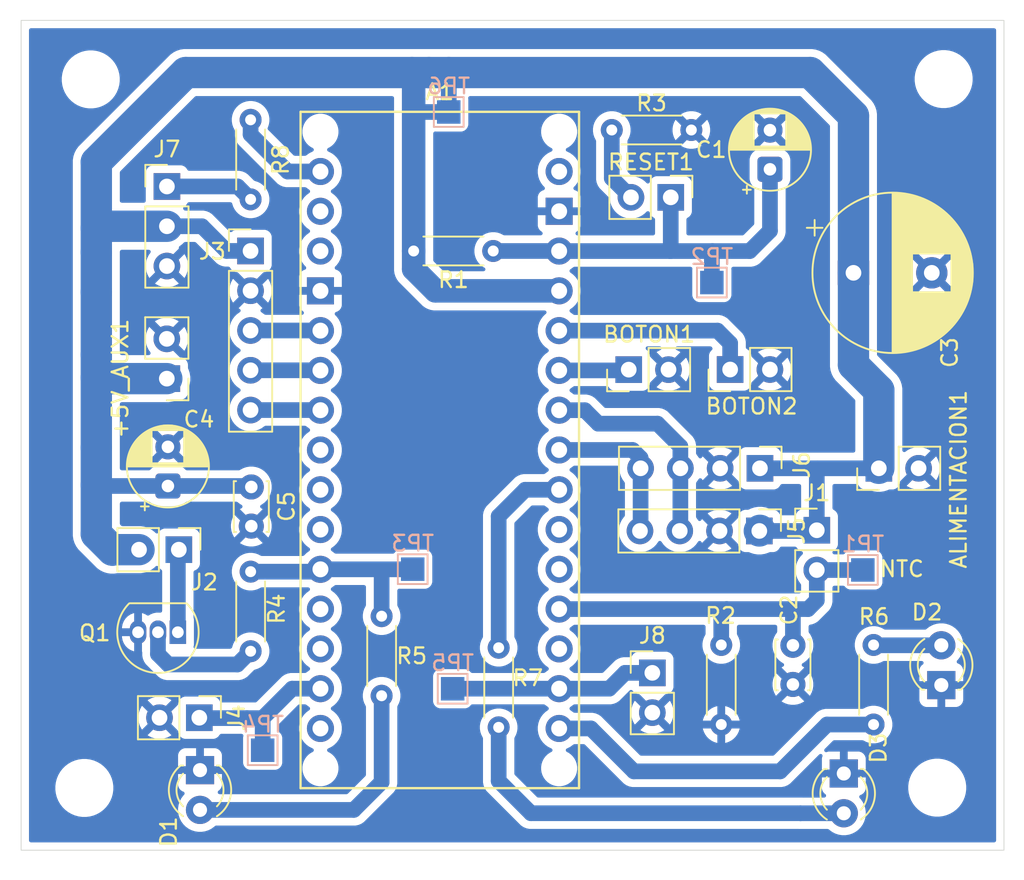
<source format=kicad_pcb>
(kicad_pcb (version 20241229) (generator "pcbnew") (generator_version "9.0")
  (layers (0 "F.Cu" signal) (2 "B.Cu" signal) (13 "F.Paste" user) (15 "B.Paste" user) (5 "F.SilkS" user "F.Silkscreen") (7 "B.SilkS" user "B.Silkscreen") (1 "F.Mask" user) (3 "B.Mask" user) (25 "Edge.Cuts" user))
  (net 0 "")
  (net 1 "+5V")
  (net 2 "GND")
  (net 3 "LED1")
  (net 4 "SSR")
  (net 5 "BOTON1")
  (net 6 "ENC_DT")
  (net 7 "RESET")
  (net 8 "ENC_CLK")
  (net 10 "WS2812B")
  (net 12 "ENC_SW")
  (net 13 "NTC")
  (net 14 "SCL")
  (net 15 "SDA")
  (net 16 "LED2")
  (net 17 "BOTON2")
  (net 18 "+3.3V")
  (net 19 "Net-(J2-Pin_1)")
  (net 20 "Net-(D1-A)")
  (net 21 "Net-(D2-A)")
  (net 22 "Net-(D3-A)")
  (net 23 "Net-(Q1-B)")
  (net 24 "CRUCE_CERO")
  (net 35 "Net-(R3-Pad2)")
  (net 36 "Net-(J7-Pin_1)")
  (footprint "Connector_PinHeader_2.54mm:PinHeader_1x02_P2.54mm_Vertical" (layer "F.Cu") (at 125.917321 83.418126 90)
    (property "Reference" "BOTON2" (at -2.35 1.37 0) (layer "F.SilkS"))
    (property "Value" "SW_Push")
    (pad "1" thru_hole rect (at 0 0 90) (size 1.7 1.7) (drill 1) (layers "*.Cu" "*.Mask") (net 17 "BOTON2"))
    (pad "2" thru_hole circle (at 0 2.54 90) (size 1.7 1.7) (drill 1) (layers "*.Cu" "*.Mask") (net 2 "GND"))
  )
  (footprint "Resistor_THT:R_Axial_DIN0204_L3.6mm_D1.6mm_P5.08mm_Horizontal" (layer "F.Cu") (at 123.44 68.125 180)
    (property "Reference" "R3" (at 2.54 1.715 0) (layer "F.SilkS"))
    (property "Value" "100")
    (pad "1" thru_hole circle (at 0 0 180) (size 1.4 1.4) (drill 0.7) (layers "*.Cu" "*.Mask") (net 2 "GND"))
    (pad "2" thru_hole oval (at 5.08 0 180) (size 1.4 1.4) (drill 0.7) (layers "*.Cu" "*.Mask") (net 35 "Net-(R3-Pad2)"))
  )
  (footprint "Connector_PinHeader_2.54mm:PinHeader_1x05_P2.54mm_Vertical" (layer "F.Cu") (at 95.297215 75.84682)
    (property "Reference" "J3" (at -2.44 0.035 0) (layer "F.SilkS"))
    (property "Value" "Encoder")
    (pad "1" thru_hole rect (at 0 0) (size 1.7 1.7) (drill 1) (layers "*.Cu" "*.Mask") (net 1 "+5V"))
    (pad "2" thru_hole circle (at 0 2.54) (size 1.7 1.7) (drill 1) (layers "*.Cu" "*.Mask") (net 2 "GND"))
    (pad "3" thru_hole circle (at 0 5.08) (size 1.7 1.7) (drill 1) (layers "*.Cu" "*.Mask") (net 6 "ENC_DT"))
    (pad "4" thru_hole circle (at 0 7.62) (size 1.7 1.7) (drill 1) (layers "*.Cu" "*.Mask") (net 8 "ENC_CLK"))
    (pad "5" thru_hole circle (at 0 10.16) (size 1.7 1.7) (drill 1) (layers "*.Cu" "*.Mask") (net 12 "ENC_SW"))
  )
  (footprint "Resistor_THT:R_Axial_DIN0204_L3.6mm_D1.6mm_P5.08mm_Horizontal" (layer "F.Cu") (at 111.13883 101.183288 -90)
    (property "Reference" "R7" (at 1.93 -1.86 180) (layer "F.SilkS"))
    (property "Value" "220")
    (pad "1" thru_hole circle (at 0 0 270) (size 1.4 1.4) (drill 0.7) (layers "*.Cu" "*.Mask") (net 16 "LED2"))
    (pad "2" thru_hole oval (at 5.08 0 270) (size 1.4 1.4) (drill 0.7) (layers "*.Cu" "*.Mask") (net 22 "Net-(D3-A)"))
  )
  (footprint "Capacitor_THT:CP_Radial_D5.0mm_P2.50mm" (layer "F.Cu") (at 90.02 90.855112 90)
    (property "Reference" "C4" (at 4.253112 1.9812 180) (layer "F.SilkS"))
    (property "Value" "10uF/16V")
    (pad "1" thru_hole roundrect (at 0 0 90) (size 1.6 1.6) (drill 0.8) (layers "*.Cu" "*.Mask") (roundrect_rratio 0.15625) (net 1 "+5V"))
    (pad "2" thru_hole circle (at 2.5 0 90) (size 1.6 1.6) (drill 0.8) (layers "*.Cu" "*.Mask") (net 2 "GND"))
  )
  (footprint "Connector_PinHeader_2.54mm:PinHeader_1x02_P2.54mm_Vertical" (layer "F.Cu") (at 120.95 102.785)
    (property "Reference" "J8" (at 0 -2.38 0) (layer "F.SilkS"))
    (property "Value" "+3.3v")
    (pad "1" thru_hole rect (at 0 0) (size 1.7 1.7) (drill 1) (layers "*.Cu" "*.Mask") (net 18 "+3.3V"))
    (pad "2" thru_hole circle (at 0 2.54) (size 1.7 1.7) (drill 1) (layers "*.Cu" "*.Mask") (net 2 "GND"))
  )
  (footprint "LED_THT:LED_D3.0mm" (layer "F.Cu") (at 92.07 108.995 -90)
    (property "Reference" "D1" (at 3.945 2 90) (layer "F.SilkS"))
    (property "Value" "LED_SSR")
    (pad "1" thru_hole rect (at 0 0 270) (size 1.8 1.8) (drill 0.9) (layers "*.Cu" "*.Mask") (net 2 "GND"))
    (pad "2" thru_hole circle (at 2.54 0 270) (size 1.8 1.8) (drill 0.9) (layers "*.Cu" "*.Mask") (net 20 "Net-(D1-A)"))
  )
  (footprint "PCM_arduino-library:Arduino_Nano_Socket" (layer "F.Cu") (at 107.38 110.145)
    (property "Reference" "A1" (at 0 -44.45 0) (layer "F.SilkS"))
    (property "Value" "Arduino_Nano_Socket")
    (pad "" np_thru_hole circle (at -7.62 -41.91) (size 1.8 1.8) (drill 1.8) (layers "*.Cu" "*.Mask"))
    (pad "" np_thru_hole circle (at -7.62 -1.27) (size 1.8 1.8) (drill 1.8) (layers "*.Cu" "*.Mask"))
    (pad "" np_thru_hole circle (at 7.62 -41.91) (size 1.8 1.8) (drill 1.8) (layers "*.Cu" "*.Mask"))
    (pad "" np_thru_hole circle (at 7.62 -1.27) (size 1.8 1.8) (drill 1.8) (layers "*.Cu" "*.Mask"))
    (pad "3V3" thru_hole circle (at 7.62 -6.35) (size 1.7272 1.7272) (drill 1.016) (layers "*.Cu" "*.Mask") (net 18 "+3.3V"))
    (pad "5V" thru_hole circle (at 7.62 -31.75) (size 1.7272 1.7272) (drill 1.016) (layers "*.Cu" "*.Mask") (net 1 "+5V"))
    (pad "A0" thru_hole circle (at 7.62 -11.43) (size 1.7272 1.7272) (drill 1.016) (layers "*.Cu" "*.Mask") (net 13 "NTC"))
    (pad "A1" thru_hole circle (at 7.62 -13.97) (size 1.7272 1.7272) (drill 1.016) (layers "*.Cu" "*.Mask"))
    (pad "A2" thru_hole circle (at 7.62 -16.51) (size 1.7272 1.7272) (drill 1.016) (layers "*.Cu" "*.Mask"))
    (pad "A3" thru_hole circle (at 7.62 -19.05) (size 1.7272 1.7272) (drill 1.016) (layers "*.Cu" "*.Mask") (net 16 "LED2"))
    (pad "A4" thru_hole circle (at 7.62 -21.59) (size 1.7272 1.7272) (drill 1.016) (layers "*.Cu" "*.Mask") (net 15 "SDA"))
    (pad "A5" thru_hole circle (at 7.62 -24.13) (size 1.7272 1.7272) (drill 1.016) (layers "*.Cu" "*.Mask") (net 14 "SCL"))
    (pad "A6" thru_hole circle (at 7.62 -26.67) (size 1.7272 1.7272) (drill 1.016) (layers "*.Cu" "*.Mask") (net 5 "BOTON1"))
    (pad "A7" thru_hole circle (at 7.62 -29.21) (size 1.7272 1.7272) (drill 1.016) (layers "*.Cu" "*.Mask") (net 17 "BOTON2"))
    (pad "AREF" thru_hole circle (at 7.62 -8.89) (size 1.7272 1.7272) (drill 1.016) (layers "*.Cu" "*.Mask"))
    (pad "D0" thru_hole circle (at -7.62 -36.83) (size 1.7272 1.7272) (drill 1.016) (layers "*.Cu" "*.Mask"))
    (pad "D1" thru_hole circle (at -7.62 -39.37) (size 1.7272 1.7272) (drill 1.016) (layers "*.Cu" "*.Mask") (net 10 "WS2812B"))
    (pad "D2" thru_hole circle (at -7.62 -29.21) (size 1.7272 1.7272) (drill 1.016) (layers "*.Cu" "*.Mask") (net 6 "ENC_DT"))
    (pad "D3" thru_hole circle (at -7.62 -26.67) (size 1.7272 1.7272) (drill 1.016) (layers "*.Cu" "*.Mask") (net 8 "ENC_CLK"))
    (pad "D4" thru_hole circle (at -7.62 -24.13) (size 1.7272 1.7272) (drill 1.016) (layers "*.Cu" "*.Mask") (net 12 "ENC_SW"))
    (pad "D5" thru_hole circle (at -7.62 -21.59) (size 1.7272 1.7272) (drill 1.016) (layers "*.Cu" "*.Mask"))
    (pad "D6" thru_hole circle (at -7.62 -19.05) (size 1.7272 1.7272) (drill 1.016) (layers "*.Cu" "*.Mask"))
    (pad "D7" thru_hole circle (at -7.62 -16.51) (size 1.7272 1.7272) (drill 1.016) (layers "*.Cu" "*.Mask"))
    (pad "D8" thru_hole circle (at -7.62 -13.97) (size 1.7272 1.7272) (drill 1.016) (layers "*.Cu" "*.Mask") (net 4 "SSR"))
    (pad "D9" thru_hole circle (at -7.62 -11.43) (size 1.7272 1.7272) (drill 1.016) (layers "*.Cu" "*.Mask"))
    (pad "D10" thru_hole circle (at -7.62 -8.89) (size 1.7272 1.7272) (drill 1.016) (layers "*.Cu" "*.Mask"))
    (pad "D11" thru_hole circle (at -7.62 -6.35) (size 1.7272 1.7272) (drill 1.016) (layers "*.Cu" "*.Mask") (net 24 "CRUCE_CERO"))
    (pad "D12" thru_hole circle (at -7.62 -3.81) (size 1.7272 1.7272) (drill 1.016) (layers "*.Cu" "*.Mask"))
    (pad "D13" thru_hole circle (at 7.62 -3.81) (size 1.7272 1.7272) (drill 1.016) (layers "*.Cu" "*.Mask") (net 3 "LED1"))
    (pad "GND1" thru_hole rect (at -7.62 -31.75) (size 1.7272 1.7272) (drill 1.016) (layers "*.Cu" "*.Mask") (net 2 "GND"))
    (pad "GND2" thru_hole rect (at 7.62 -36.83) (size 1.7272 1.7272) (drill 1.016) (layers "*.Cu" "*.Mask") (net 2 "GND"))
    (pad "RST1" thru_hole circle (at -7.62 -34.29) (size 1.7272 1.7272) (drill 1.016) (layers "*.Cu" "*.Mask"))
    (pad "RST2" thru_hole circle (at 7.62 -34.29) (size 1.7272 1.7272) (drill 1.016) (layers "*.Cu" "*.Mask") (net 7 "RESET"))
    (pad "VIN" thru_hole circle (at 7.62 -39.37) (size 1.7272 1.7272) (drill 1.016) (layers "*.Cu" "*.Mask"))
  )
  (footprint "MountingHole:MountingHole_3.2mm_M3" (layer "F.Cu") (at 139.14 110.115)
    (property "Reference" "H4" (hide yes))
    (property "Value" "MountingHole" (hide yes))
    (pad "" np_thru_hole circle (at 0 0) (size 3.2 3.2) (drill 3.2) (layers "*.Cu" "*.Mask"))
  )
  (footprint "Resistor_THT:R_Axial_DIN0204_L3.6mm_D1.6mm_P5.08mm_Horizontal" (layer "F.Cu") (at 105.71 75.85)
    (property "Reference" "R1" (at 2.54 1.845 0) (layer "F.SilkS"))
    (property "Value" "10K")
    (pad "1" thru_hole circle (at 0 0) (size 1.4 1.4) (drill 0.7) (layers "*.Cu" "*.Mask") (net 1 "+5V"))
    (pad "2" thru_hole oval (at 5.08 0) (size 1.4 1.4) (drill 0.7) (layers "*.Cu" "*.Mask") (net 7 "RESET"))
  )
  (footprint "Connector_PinHeader_2.54mm:PinHeader_1x02_P2.54mm_Vertical" (layer "F.Cu") (at 92.025 105.65 -90)
    (property "Reference" "J4" (at 0 -2.38 90) (layer "F.SilkS"))
    (property "Value" "ZC1")
    (pad "1" thru_hole rect (at 0 0 270) (size 1.7 1.7) (drill 1) (layers "*.Cu" "*.Mask") (net 24 "CRUCE_CERO"))
    (pad "2" thru_hole circle (at 0 2.54 270) (size 1.7 1.7) (drill 1) (layers "*.Cu" "*.Mask") (net 2 "GND"))
  )
  (footprint "MountingHole:MountingHole_3.2mm_M3" (layer "F.Cu") (at 85.094473 64.894031)
    (property "Reference" "H1" (hide yes))
    (property "Value" "MountingHole" (hide yes))
    (pad "" np_thru_hole circle (at 0 0) (size 3.2 3.2) (drill 3.2) (layers "*.Cu" "*.Mask"))
  )
  (footprint "MountingHole:MountingHole_3.2mm_M3" (layer "F.Cu") (at 84.684473 110.134031)
    (property "Reference" "H2" (hide yes))
    (property "Value" "MountingHole" (hide yes))
    (pad "" np_thru_hole circle (at 0 0) (size 3.2 3.2) (drill 3.2) (layers "*.Cu" "*.Mask"))
  )
  (footprint "Connector_PinHeader_2.54mm:PinHeader_1x02_P2.54mm_Vertical" (layer "F.Cu") (at 135.41 89.725 90)
    (property "Reference" "ALIMENTACION1" (at -0.7 5.09 90) (layer "F.SilkS"))
    (property "Value" "+5V")
    (pad "1" thru_hole rect (at 0 0 90) (size 1.7 1.7) (drill 1) (layers "*.Cu" "*.Mask") (net 1 "+5V"))
    (pad "2" thru_hole circle (at 0 2.54 90) (size 1.7 1.7) (drill 1) (layers "*.Cu" "*.Mask") (net 2 "GND"))
  )
  (footprint "Resistor_THT:R_Axial_DIN0204_L3.6mm_D1.6mm_P5.08mm_Horizontal" (layer "F.Cu") (at 95.3 67.475 -90)
    (property "Reference" "R8" (at 2.54 -1.92 90) (layer "F.SilkS"))
    (property "Value" "330")
    (pad "1" thru_hole circle (at 0 0 270) (size 1.4 1.4) (drill 0.7) (layers "*.Cu" "*.Mask") (net 10 "WS2812B"))
    (pad "2" thru_hole oval (at 5.08 0 270) (size 1.4 1.4) (drill 0.7) (layers "*.Cu" "*.Mask") (net 36 "Net-(J7-Pin_1)"))
  )
  (footprint "Connector_PinHeader_2.54mm:PinHeader_1x02_P2.54mm_Vertical" (layer "F.Cu") (at 90.716669 94.920305 -90)
    (property "Reference" "J2" (at 2.079695 -1.633331 180) (layer "F.SilkS"))
    (property "Value" "SSR")
    (pad "1" thru_hole rect (at 0 0 270) (size 1.7 1.7) (drill 1) (layers "*.Cu" "*.Mask") (net 19 "Net-(J2-Pin_1)"))
    (pad "2" thru_hole circle (at 0 2.54 270) (size 1.7 1.7) (drill 1) (layers "*.Cu" "*.Mask") (net 1 "+5V"))
  )
  (footprint "Connector_PinHeader_2.54mm:PinHeader_1x02_P2.54mm_Vertical" (layer "F.Cu") (at 89.95 84 180)
    (property "Reference" "+5V_AUX1" (at 2.975 0 270) (layer "F.SilkS"))
    (property "Value" "GND")
    (pad "1" thru_hole rect (at 0 0 180) (size 1.7 1.7) (drill 1) (layers "*.Cu" "*.Mask") (net 1 "+5V"))
    (pad "2" thru_hole circle (at 0 2.54 180) (size 1.7 1.7) (drill 1) (layers "*.Cu" "*.Mask") (net 2 "GND"))
  )
  (footprint "Connector_PinHeader_2.54mm:PinHeader_1x04_P2.54mm_Vertical" (layer "F.Cu") (at 127.78 93.725 -90)
    (property "Reference" "J5" (at 0 -2.38 90) (layer "F.SilkS"))
    (property "Value" "i2c")
    (pad "1" thru_hole rect (at 0 0 270) (size 1.7 1.7) (drill 1) (layers "*.Cu" "*.Mask") (net 1 "+5V"))
    (pad "2" thru_hole circle (at 0 2.54 270) (size 1.7 1.7) (drill 1) (layers "*.Cu" "*.Mask") (net 2 "GND"))
    (pad "3" thru_hole circle (at 0 5.08 270) (size 1.7 1.7) (drill 1) (layers "*.Cu" "*.Mask") (net 14 "SCL"))
    (pad "4" thru_hole circle (at 0 7.62 270) (size 1.7 1.7) (drill 1) (layers "*.Cu" "*.Mask") (net 15 "SDA"))
  )
  (footprint "Capacitor_THT:CP_Radial_D5.0mm_P2.50mm" (layer "F.Cu") (at 128.46 70.635 90)
    (property "Reference" "C1" (at 1.25 -3.75 0) (layer "F.SilkS"))
    (property "Value" "10uF/16V")
    (pad "1" thru_hole roundrect (at 0 0 90) (size 1.6 1.6) (drill 0.8) (layers "*.Cu" "*.Mask") (roundrect_rratio 0.15625) (net 7 "RESET"))
    (pad "2" thru_hole circle (at 2.5 0 90) (size 1.6 1.6) (drill 0.8) (layers "*.Cu" "*.Mask") (net 2 "GND"))
  )
  (footprint "Capacitor_THT:C_Disc_D3.0mm_W2.0mm_P2.50mm" (layer "F.Cu") (at 95.345036 90.91685 -90)
    (property "Reference" "C5" (at 1.25 -2.25 90) (layer "F.SilkS"))
    (property "Value" "100nF")
    (pad "1" thru_hole circle (at 0 0 270) (size 1.6 1.6) (drill 0.8) (layers "*.Cu" "*.Mask") (net 1 "+5V"))
    (pad "2" thru_hole circle (at 2.5 0 270) (size 1.6 1.6) (drill 0.8) (layers "*.Cu" "*.Mask") (net 2 "GND"))
  )
  (footprint "Connector_PinHeader_2.54mm:PinHeader_1x03_P2.54mm_Vertical" (layer "F.Cu") (at 89.95725 71.731261)
    (property "Reference" "J7" (at 0 -2.38 0) (layer "F.SilkS"))
    (property "Value" "Conn_01x03_Pin")
    (pad "1" thru_hole rect (at 0 0) (size 1.7 1.7) (drill 1) (layers "*.Cu" "*.Mask") (net 36 "Net-(J7-Pin_1)"))
    (pad "2" thru_hole circle (at 0 2.54) (size 1.7 1.7) (drill 1) (layers "*.Cu" "*.Mask") (net 1 "+5V"))
    (pad "3" thru_hole circle (at 0 5.08) (size 1.7 1.7) (drill 1) (layers "*.Cu" "*.Mask") (net 2 "GND"))
  )
  (footprint "Connector_PinHeader_2.54mm:PinHeader_1x02_P2.54mm_Vertical" (layer "F.Cu") (at 122.125 72.425 -90)
    (property "Reference" "RESET1" (at -2.250274 1.262487 0) (layer "F.SilkS"))
    (property "Value" "SW_Push")
    (pad "1" thru_hole rect (at 0 0 270) (size 1.7 1.7) (drill 1) (layers "*.Cu" "*.Mask") (net 7 "RESET"))
    (pad "2" thru_hole circle (at 0 2.54 270) (size 1.7 1.7) (drill 1) (layers "*.Cu" "*.Mask") (net 35 "Net-(R3-Pad2)"))
  )
  (footprint "MountingHole:MountingHole_3.2mm_M3" (layer "F.Cu") (at 139.55 64.875)
    (property "Reference" "H3" (hide yes))
    (property "Value" "MountingHole" (hide yes))
    (pad "" np_thru_hole circle (at 0 0) (size 3.2 3.2) (drill 3.2) (layers "*.Cu" "*.Mask"))
  )
  (footprint "Package_TO_SOT_THT:TO-92_Inline" (layer "F.Cu") (at 90.655 100.191 180)
    (property "Reference" "Q1" (at 5.3086 -0.0508 180) (layer "F.SilkS"))
    (property "Value" "BC547")
    (pad "1" thru_hole rect (at 0 0 180) (size 1.05 1.5) (drill 0.75) (layers "*.Cu" "*.Mask") (net 19 "Net-(J2-Pin_1)"))
    (pad "2" thru_hole oval (at 1.27 0 180) (size 1.05 1.5) (drill 0.75) (layers "*.Cu" "*.Mask") (net 23 "Net-(Q1-B)"))
    (pad "3" thru_hole oval (at 2.54 0 180) (size 1.05 1.5) (drill 0.75) (layers "*.Cu" "*.Mask") (net 2 "GND"))
  )
  (footprint "Resistor_THT:R_Axial_DIN0204_L3.6mm_D1.6mm_P5.08mm_Horizontal" (layer "F.Cu") (at 103.665753 99.166969 -90)
    (property "Reference" "R5" (at 2.54 -1.92 0) (layer "F.SilkS"))
    (property "Value" "220")
    (pad "1" thru_hole circle (at 0 0 270) (size 1.4 1.4) (drill 0.7) (layers "*.Cu" "*.Mask") (net 4 "SSR"))
    (pad "2" thru_hole oval (at 5.08 0 270) (size 1.4 1.4) (drill 0.7) (layers "*.Cu" "*.Mask") (net 20 "Net-(D1-A)"))
  )
  (footprint "Resistor_THT:R_Axial_DIN0204_L3.6mm_D1.6mm_P5.08mm_Horizontal" (layer "F.Cu") (at 135.075 106.085 90)
    (property "Reference" "R6" (at 6.885 0.03 0) (layer "F.SilkS"))
    (property "Value" "220")
    (pad "1" thru_hole circle (at 0 0 90) (size 1.4 1.4) (drill 0.7) (layers "*.Cu" "*.Mask") (net 3 "LED1"))
    (pad "2" thru_hole oval (at 5.08 0 90) (size 1.4 1.4) (drill 0.7) (layers "*.Cu" "*.Mask") (net 21 "Net-(D2-A)"))
  )
  (footprint "LED_THT:LED_D3.0mm" (layer "F.Cu") (at 139.4 103.565 90)
    (property "Reference" "D2" (at 4.6482 -0.9144 0) (layer "F.SilkS"))
    (property "Value" "LED1")
    (pad "1" thru_hole rect (at 0 0 90) (size 1.8 1.8) (drill 0.9) (layers "*.Cu" "*.Mask") (net 2 "GND"))
    (pad "2" thru_hole circle (at 2.54 0 90) (size 1.8 1.8) (drill 0.9) (layers "*.Cu" "*.Mask") (net 21 "Net-(D2-A)"))
  )
  (footprint "Capacitor_THT:CP_Radial_D10.0mm_P5.00mm" (layer "F.Cu") (at 133.792323 77.245)
    (property "Reference" "C3" (at 6.142677 5.093 90) (layer "F.SilkS"))
    (property "Value" "1000uF/16V")
    (pad "1" thru_hole roundrect (at 0 0) (size 2 2) (drill 1) (layers "*.Cu" "*.Mask") (roundrect_rratio 0.125) (net 1 "+5V"))
    (pad "2" thru_hole circle (at 5 0) (size 2 2) (drill 1) (layers "*.Cu" "*.Mask") (net 2 "GND"))
  )
  (footprint "Capacitor_THT:C_Disc_D3.0mm_W2.0mm_P2.50mm" (layer "F.Cu") (at 129.925 101.025 -90)
    (property "Reference" "C2" (at -2.25 0.25 90) (layer "F.SilkS"))
    (property "Value" "150-220nF")
    (pad "1" thru_hole circle (at 0 0 270) (size 1.6 1.6) (drill 0.8) (layers "*.Cu" "*.Mask") (net 13 "NTC"))
    (pad "2" thru_hole circle (at 2.5 0 270) (size 1.6 1.6) (drill 0.8) (layers "*.Cu" "*.Mask") (net 2 "GND"))
  )
  (footprint "Resistor_THT:R_Axial_DIN0204_L3.6mm_D1.6mm_P5.08mm_Horizontal" (layer "F.Cu") (at 95.301892 101.4042 90)
    (property "Reference" "R4" (at 2.7 1.66 90) (layer "F.SilkS"))
    (property "Value" "1K")
    (pad "1" thru_hole circle (at 0 0 90) (size 1.4 1.4) (drill 0.7) (layers "*.Cu" "*.Mask") (net 23 "Net-(Q1-B)"))
    (pad "2" thru_hole oval (at 5.08 0 90) (size 1.4 1.4) (drill 0.7) (layers "*.Cu" "*.Mask") (net 4 "SSR"))
  )
  (footprint "Connector_PinHeader_2.54mm:PinHeader_1x04_P2.54mm_Vertical" (layer "F.Cu") (at 127.82 89.725 -90)
    (property "Reference" "J6" (at -0.21 -2.665 90) (layer "F.SilkS"))
    (property "Value" "OLED")
    (pad "1" thru_hole rect (at 0 0 270) (size 1.7 1.7) (drill 1) (layers "*.Cu" "*.Mask") (net 1 "+5V"))
    (pad "2" thru_hole circle (at 0 2.54 270) (size 1.7 1.7) (drill 1) (layers "*.Cu" "*.Mask") (net 2 "GND"))
    (pad "3" thru_hole circle (at 0 5.08 270) (size 1.7 1.7) (drill 1) (layers "*.Cu" "*.Mask") (net 14 "SCL"))
    (pad "4" thru_hole circle (at 0 7.62 270) (size 1.7 1.7) (drill 1) (layers "*.Cu" "*.Mask") (net 15 "SDA"))
  )
  (footprint "LED_THT:LED_D3.0mm" (layer "F.Cu") (at 133.175 109.21 -90)
    (property "Reference" "D3" (at -1.6256 -2.2098 90) (layer "F.SilkS"))
    (property "Value" "LED1")
    (pad "1" thru_hole rect (at 0 0 270) (size 1.8 1.8) (drill 0.9) (layers "*.Cu" "*.Mask") (net 2 "GND"))
    (pad "2" thru_hole circle (at 2.54 0 270) (size 1.8 1.8) (drill 0.9) (layers "*.Cu" "*.Mask") (net 22 "Net-(D3-A)"))
  )
  (footprint "Connector_PinHeader_2.54mm:PinHeader_1x02_P2.54mm_Vertical" (layer "F.Cu") (at 131.45 93.68)
    (property "Reference" "J1" (at 0 -2.38 0) (layer "F.SilkS"))
    (property "Value" "NTC")
    (pad "1" thru_hole rect (at 0 0) (size 1.7 1.7) (drill 1) (layers "*.Cu" "*.Mask") (net 1 "+5V"))
    (pad "2" thru_hole circle (at 0 2.54) (size 1.7 1.7) (drill 1) (layers "*.Cu" "*.Mask") (net 13 "NTC"))
  )
  (footprint "Connector_PinHeader_2.54mm:PinHeader_1x02_P2.54mm_Vertical" (layer "F.Cu") (at 119.442116 83.425164 90)
    (property "Reference" "BOTON1" (at 2.25 1.3 0) (layer "F.SilkS"))
    (property "Value" "SW_Push")
    (pad "1" thru_hole rect (at 0 0 90) (size 1.7 1.7) (drill 1) (layers "*.Cu" "*.Mask") (net 5 "BOTON1"))
    (pad "2" thru_hole circle (at 0 2.54 90) (size 1.7 1.7) (drill 1) (layers "*.Cu" "*.Mask") (net 2 "GND"))
  )
  (footprint "Resistor_THT:R_Axial_DIN0204_L3.6mm_D1.6mm_P5.08mm_Horizontal" (layer "F.Cu") (at 125.35 101.005 -90)
    (property "Reference" "R2" (at -1.871 0.044 0) (layer "F.SilkS"))
    (property "Value" "100K")
    (pad "1" thru_hole circle (at 0 0 270) (size 1.4 1.4) (drill 0.7) (layers "*.Cu" "*.Mask") (net 13 "NTC"))
    (pad "2" thru_hole oval (at 5.08 0 270) (size 1.4 1.4) (drill 0.7) (layers "*.Cu" "*.Mask") (net 2 "GND"))
  )
  (footprint "TestPoint:TestPoint_Pad_1.5x1.5mm" (layer "B.Cu") (at 96.07 107.725 180)
    (property "Reference" "TP4" (at 0 1.648 0) (layer "B.SilkS") (effects (justify mirror)))
    (property "Value" "TestPoint")
    (pad "1" smd rect (at 0 0 180) (size 1.5 1.5) (layers "B.Cu" "B.Mask") (net 24 "CRUCE_CERO"))
  )
  (footprint "TestPoint:TestPoint_Pad_1.5x1.5mm" (layer "B.Cu") (at 134.39 96.215 180)
    (property "Reference" "TP1" (at 0 1.648 0) (layer "B.SilkS") (effects (justify mirror)))
    (property "Value" "TestPoint")
    (pad "1" smd rect (at 0 0 180) (size 1.5 1.5) (layers "B.Cu" "B.Mask") (net 13 "NTC"))
  )
  (footprint "TestPoint:TestPoint_Pad_1.5x1.5mm" (layer "B.Cu") (at 105.65 96.165 180)
    (property "Reference" "TP3" (at 0 1.648 0) (layer "B.SilkS") (effects (justify mirror)))
    (property "Value" "TestPoint")
    (pad "1" smd rect (at 0 0 180) (size 1.5 1.5) (layers "B.Cu" "B.Mask") (net 4 "SSR"))
  )
  (footprint "TestPoint:TestPoint_Pad_1.5x1.5mm" (layer "B.Cu") (at 108.2 103.8 180)
    (property "Reference" "TP5" (at 0 1.648 0) (layer "B.SilkS") (effects (justify mirror)))
    (property "Value" "TestPoint")
    (pad "1" smd rect (at 0 0 180) (size 1.5 1.5) (layers "B.Cu" "B.Mask") (net 18 "+3.3V"))
  )
  (footprint "TestPoint:TestPoint_Pad_1.5x1.5mm" (layer "B.Cu") (at 107.95 66.975 180)
    (property "Reference" "TP6" (at 0 1.648 0) (layer "B.SilkS") (effects (justify mirror)))
    (property "Value" "TestPoint")
    (pad "1" smd rect (at 0 0 180) (size 1.5 1.5) (layers "B.Cu" "B.Mask") (net 1 "+5V"))
  )
  (footprint "TestPoint:TestPoint_Pad_1.5x1.5mm" (layer "B.Cu") (at 124.75 77.865 180)
    (property "Reference" "TP2" (at 0 1.648 0) (layer "B.SilkS") (effects (justify mirror)))
    (property "Value" "TestPoint")
    (pad "1" smd rect (at 0 0 180) (size 1.5 1.5) (layers "B.Cu" "B.Mask") (net 7 "RESET"))
  )
  (gr_rect (start 80.65 61.125) (end 143.4 114.11) (stroke (width 0.05)) (fill no) (layer "Edge.Cuts"))
  (gr_text "NTC" (at 136.875 96.15 0) (layer "F.SilkS") (effects (font (size 1 1))))
  (segment (start 131.51 89.725) (end 135.41 89.725) (width 1) (layer "B.Cu") (net 1))
  (segment (start 127.82 93.685) (end 127.78 93.725) (width 2) (layer "B.Cu") (net 1))
  (segment (start 131.032323 64.457323) (end 133.792323 67.217323) (width 2) (layer "B.Cu") (net 1))
  (segment (start 133.792323 77.245) (end 133.792323 83.127323) (width 2) (layer "B.Cu") (net 1))
  (segment (start 105.71 66.925) (end 105.71 64.567323) (width 1.5) (layer "B.Cu") (net 1))
  (segment (start 131.45 89.785) (end 131.51 89.725) (width 1) (layer "B.Cu") (net 1))
  (segment (start 105.6 64.457323) (end 91.158877 64.457323) (width 2) (layer "B.Cu") (net 1))
  (segment (start 105.71 77.005) (end 107.1 78.395) (width 1.5) (layer "B.Cu") (net 1))
  (segment (start 93.76822 75.84682) (end 95.297215 75.84682) (width 1) (layer "B.Cu") (net 1))
  (segment (start 133.792323 83.127323) (end 135.41 84.745) (width 2) (layer "B.Cu") (net 1))
  (segment (start 85.512112 90.855112) (end 85.45 90.793) (width 1) (layer "B.Cu") (net 1))
  (segment (start 85.45 70.1662) (end 85.45 74.3846) (width 2) (layer "B.Cu") (net 1))
  (segment (start 85.45 93.925) (end 86.475 94.95) (width 2) (layer "B.Cu") (net 1))
  (segment (start 85.535 75.84) (end 85.45 75.925) (width 1) (layer "B.Cu") (net 1))
  (segment (start 85.45 82.475) (end 85.45 83.935) (width 2) (layer "B.Cu") (net 1))
  (segment (start 106.6824 64.457323) (end 105.6 64.457323) (width 2) (layer "B.Cu") (net 1))
  (segment (start 95.283298 90.855112) (end 95.345036 90.91685) (width 1) (layer "B.Cu") (net 1))
  (segment (start 105.76 66.975) (end 105.71 66.925) (width 0.5) (layer "B.Cu") (net 1))
  (segment (start 85.45 83.935) (end 85.45 88.4) (width 2) (layer "B.Cu") (net 1))
  (segment (start 90.02 90.855112) (end 85.512112 90.855112) (width 1) (layer "B.Cu") (net 1))
  (segment (start 85.45 78.475) (end 85.45 75.925) (width 2) (layer "B.Cu") (net 1))
  (segment (start 85.563339 74.271261) (end 85.45 74.3846) (width 1) (layer "B.Cu") (net 1))
  (segment (start 89.95725 74.271261) (end 85.563339 74.271261) (width 2) (layer "B.Cu") (net 1))
  (segment (start 127.78 89.765) (end 127.82 89.725) (width 1) (layer "B.Cu") (net 1))
  (segment (start 89.95 84) (end 85.515 84) (width 2) (layer "B.Cu") (net 1))
  (segment (start 115.005 78.4) (end 115 78.395) (width 0.5) (layer "B.Cu") (net 1))
  (segment (start 133.792323 67.217323) (end 133.792323 77.245) (width 2) (layer "B.Cu") (net 1))
  (segment (start 86.475 94.95) (end 86.504695 94.920305) (width 2) (layer "B.Cu") (net 1))
  (segment (start 107.95 66.975) (end 107.95 64.457323) (width 1) (layer "B.Cu") (net 1))
  (segment (start 107.95 66.975) (end 105.76 66.975) (width 1) (layer "B.Cu") (net 1))
  (segment (start 85.45 88.4) (end 85.45 90.793) (width 2) (layer "B.Cu") (net 1))
  (segment (start 105.71 75.85) (end 105.71 66.925) (width 1.5) (layer "B.Cu") (net 1))
  (segment (start 89.95725 74.271261) (end 92.192661 74.271261) (width 1) (layer "B.Cu") (net 1))
  (segment (start 107.95 64.457323) (end 131.032323 64.457323) (width 2) (layer "B.Cu") (net 1))
  (segment (start 135.41 84.745) (end 135.41 89.725) (width 2) (layer "B.Cu") (net 1))
  (segment (start 91.158877 64.457323) (end 85.45 70.1662) (width 2) (layer "B.Cu") (net 1))
  (segment (start 105.71 64.567323) (end 105.6 64.457323) (width 1) (layer "B.Cu") (net 1))
  (segment (start 131.405 93.725) (end 131.45 93.68) (width 1) (layer "B.Cu") (net 1))
  (segment (start 131.45 93.68) (end 131.45 89.785) (width 1) (layer "B.Cu") (net 1))
  (segment (start 86.504695 94.920305) (end 88.176669 94.920305) (width 2) (layer "B.Cu") (net 1))
  (segment (start 107.1 78.395) (end 115 78.395) (width 1.5) (layer "B.Cu") (net 1))
  (segment (start 90.084888 90.92) (end 90.02 90.855112) (width 1) (layer "B.Cu") (net 1))
  (segment (start 85.45 82.475) (end 85.45 78.475) (width 2) (layer "B.Cu") (net 1))
  (segment (start 85.45 90.793) (end 85.45 93.925) (width 2) (layer "B.Cu") (net 1))
  (segment (start 105.71 75.85) (end 105.71 77.005) (width 1.5) (layer "B.Cu") (net 1))
  (segment (start 85.515 84) (end 85.45 83.935) (width 1.5) (layer "B.Cu") (net 1))
  (segment (start 92.192661 74.271261) (end 93.76822 75.84682) (width 1) (layer "B.Cu") (net 1))
  (segment (start 90.02 90.855112) (end 95.283298 90.855112) (width 1) (layer "B.Cu") (net 1))
  (segment (start 127.82 89.725) (end 131.51 89.725) (width 1) (layer "B.Cu") (net 1))
  (segment (start 85.45 74.3846) (end 85.45 75.925) (width 2) (layer "B.Cu") (net 1))
  (segment (start 107.275 65.049923) (end 106.6824 64.457323) (width 0.5) (layer "B.Cu") (net 1))
  (segment (start 107.95 64.457323) (end 106.6824 64.457323) (width 2) (layer "B.Cu") (net 1))
  (segment (start 127.78 93.725) (end 131.405 93.725) (width 1) (layer "B.Cu") (net 1))
  (segment (start 115.13 78.4) (end 115.11 78.38) (width 0.5) (layer "B.Cu") (net 1))
  (segment (start 94.64 78.38) (end 94.6 78.34) (width 0.2) (layer "B.Cu") (net 2))
  (segment (start 125.28 93.685) (end 125.24 93.725) (width 0.5) (layer "B.Cu") (net 2))
  (segment (start 89.95 76.818511) (end 89.95725 76.811261) (width 0.5) (layer "B.Cu") (net 2))
  (segment (start 95.305395 78.395) (end 95.297215 78.38682) (width 0.5) (layer "B.Cu") (net 2))
  (segment (start 119.77 109.075) (end 117.03 106.335) (width 1) (layer "B.Cu") (net 3))
  (segment (start 135.075 106.085) (end 132.1 106.085) (width 1) (layer "B.Cu") (net 3))
  (segment (start 132.1 106.085) (end 129.11 109.075) (width 1) (layer "B.Cu") (net 3))
  (segment (start 117.03 106.335) (end 115 106.335) (width 1) (layer "B.Cu") (net 3))
  (segment (start 129.11 109.075) (end 119.77 109.075) (width 1) (layer "B.Cu") (net 3))
  (segment (start 95.301892 96.3242) (end 99.6108 96.3242) (width 1) (layer "B.Cu") (net 4))
  (segment (start 105.64 96.175) (end 105.65 96.165) (width 1) (layer "B.Cu") (net 4))
  (segment (start 103.68 96.175) (end 105.64 96.175) (width 1) (layer "B.Cu") (net 4))
  (segment (start 103.665753 96.189247) (end 103.68 96.175) (width 1) (layer "B.Cu") (net 4))
  (segment (start 103.7 99.132722) (end 103.665753 99.166969) (width 1) (layer "B.Cu") (net 4))
  (segment (start 99.6108 96.3242) (end 99.76 96.175) (width 1) (layer "B.Cu") (net 4))
  (segment (start 99.76 96.175) (end 103.68 96.175) (width 1) (layer "B.Cu") (net 4))
  (segment (start 103.665753 99.166969) (end 103.665753 96.189247) (width 1) (layer "B.Cu") (net 4))
  (segment (start 119.39228 83.475) (end 119.442116 83.425164) (width 0.5) (layer "B.Cu") (net 5))
  (segment (start 115 83.475) (end 119.39228 83.475) (width 1) (layer "B.Cu") (net 5))
  (segment (start 115.05 83.425) (end 115 83.475) (width 0.5) (layer "B.Cu") (net 5))
  (segment (start 99.75182 80.92682) (end 99.76 80.935) (width 0.5) (layer "B.Cu") (net 6))
  (segment (start 95.297215 80.92682) (end 99.75182 80.92682) (width 1) (layer "B.Cu") (net 6))
  (segment (start 95.305395 80.935) (end 95.297215 80.92682) (width 1) (layer "B.Cu") (net 6))
  (segment (start 127.17 75.855) (end 128.46 74.565) (width 1) (layer "B.Cu") (net 7))
  (segment (start 128.46 70.635) (end 128.46 74.565) (width 1) (layer "B.Cu") (net 7))
  (segment (start 110.79 75.85) (end 114.995 75.85) (width 1) (layer "B.Cu") (net 7))
  (segment (start 114.99 75.865) (end 115 75.855) (width 1) (layer "B.Cu") (net 7))
  (segment (start 115 75.855) (end 122.1 75.855) (width 1) (layer "B.Cu") (net 7))
  (segment (start 122.125 72.425) (end 122.125 75.83) (width 1) (layer "B.Cu") (net 7))
  (segment (start 124.75 75.895) (end 124.79 75.855) (width 0.5) (layer "B.Cu") (net 7))
  (segment (start 122.125 75.83) (end 122.1 75.855) (width 1) (layer "B.Cu") (net 7))
  (segment (start 124.79 75.855) (end 127.17 75.855) (width 1) (layer "B.Cu") (net 7))
  (segment (start 114.995 75.85) (end 115 75.855) (width 1) (layer "B.Cu") (net 7))
  (segment (start 124.75 77.865) (end 124.75 75.895) (width 1) (layer "B.Cu") (net 7))
  (segment (start 122.1 75.855) (end 124.79 75.855) (width 1) (layer "B.Cu") (net 7))
  (segment (start 99.75182 83.46682) (end 99.76 83.475) (width 0.5) (layer "B.Cu") (net 8))
  (segment (start 95.305395 83.475) (end 95.297215 83.46682) (width 1) (layer "B.Cu") (net 8))
  (segment (start 95.297215 83.46682) (end 99.75182 83.46682) (width 1) (layer "B.Cu") (net 8))
  (segment (start 95.3 68.4124) (end 95.3 67.475) (width 1) (layer "B.Cu") (net 10))
  (segment (start 99.76 70.775) (end 97.6626 70.775) (width 1) (layer "B.Cu") (net 10))
  (segment (start 97.6626 70.775) (end 95.3 68.4124) (width 1) (layer "B.Cu") (net 10))
  (segment (start 95.297215 86.00682) (end 99.75182 86.00682) (width 1) (layer "B.Cu") (net 12))
  (segment (start 95.305395 86.015) (end 95.297215 86.00682) (width 1) (layer "B.Cu") (net 12))
  (segment (start 99.75182 86.00682) (end 99.76 86.015) (width 0.5) (layer "B.Cu") (net 12))
  (segment (start 125.35 101.005) (end 125.35 99.055) (width 1) (layer "B.Cu") (net 13))
  (segment (start 131.45 98.155) (end 131.45 96.22) (width 1) (layer "B.Cu") (net 13))
  (segment (start 129.925 98.82) (end 129.82 98.715) (width 1) (layer "B.Cu") (net 13))
  (segment (start 115 98.715) (end 125.69 98.715) (width 1) (layer "B.Cu") (net 13))
  (segment (start 131.45 96.22) (end 134.385 96.22) (width 1) (layer "B.Cu") (net 13))
  (segment (start 129.925 101.025) (end 129.925 98.82) (width 1) (layer "B.Cu") (net 13))
  (segment (start 130.89 98.715) (end 131.45 98.155) (width 1) (layer "B.Cu") (net 13))
  (segment (start 134.385 96.22) (end 134.39 96.215) (width 0.5) (layer "B.Cu") (net 13))
  (segment (start 125.35 99.055) (end 125.69 98.715) (width 1) (layer "B.Cu") (net 13))
  (segment (start 125.37 101.025) (end 125.35 101.005) (width 1) (layer "B.Cu") (net 13))
  (segment (start 129.82 98.715) (end 130.89 98.715) (width 1) (layer "B.Cu") (net 13))
  (segment (start 129.9 101) (end 129.925 101.025) (width 1) (layer "B.Cu") (net 13))
  (segment (start 125.69 98.715) (end 129.82 98.715) (width 1) (layer "B.Cu") (net 13))
  (segment (start 115 98.715) (end 115.01 98.725) (width 1.5) (layer "B.Cu") (net 13))
  (segment (start 116.64 86.015) (end 115 86.015) (width 1) (layer "B.Cu") (net 14))
  (segment (start 122.74 88.335) (end 121.28 86.875) (width 1) (layer "B.Cu") (net 14))
  (segment (start 122.74 89.725) (end 122.74 93.685) (width 1) (layer "B.Cu") (net 14))
  (segment (start 117.5 86.875) (end 116.64 86.015) (width 1) (layer "B.Cu") (net 14))
  (segment (start 122.74 93.685) (end 122.7 93.725) (width 1) (layer "B.Cu") (net 14))
  (segment (start 115.035 86.05) (end 115 86.015) (width 0.5) (layer "B.Cu") (net 14))
  (segment (start 122.74 89.725) (end 122.74 88.335) (width 1) (layer "B.Cu") (net 14))
  (segment (start 121.28 86.875) (end 117.5 86.875) (width 1) (layer "B.Cu") (net 14))
  (segment (start 120.2 89.725) (end 120.2 93.685) (width 1) (layer "B.Cu") (net 15))
  (segment (start 120.2 89.725) (end 120.2 89.065) (width 1) (layer "B.Cu") (net 15))
  (segment (start 119.69 88.555) (end 115 88.555) (width 1) (layer "B.Cu") (net 15))
  (segment (start 120.2 89.065) (end 119.69 88.555) (width 1) (layer "B.Cu") (net 15))
  (segment (start 120.2 93.685) (end 120.16 93.725) (width 0.5) (layer "B.Cu") (net 15))
  (segment (start 112.83 91.095) (end 115 91.095) (width 1) (layer "B.Cu") (net 16))
  (segment (start 111.13883 92.78617) (end 112.83 91.095) (width 1) (layer "B.Cu") (net 16))
  (segment (start 111.13883 101.183288) (end 111.13883 92.78617) (width 1) (layer "B.Cu") (net 16))
  (segment (start 115 80.935) (end 125.11 80.935) (width 1) (layer "B.Cu") (net 17))
  (segment (start 125.11 80.935) (end 125.917321 81.742321) (width 1) (layer "B.Cu") (net 17))
  (segment (start 125.917321 81.742321) (end 125.917321 83.418126) (width 1) (layer "B.Cu") (net 17))
  (segment (start 115 103.795) (end 118.2 103.795) (width 1) (layer "B.Cu") (net 18))
  (segment (start 115 103.795) (end 108.8 103.795) (width 1) (layer "B.Cu") (net 18))
  (segment (start 118.2 103.795) (end 119.21 102.785) (width 1) (layer "B.Cu") (net 18))
  (segment (start 119.21 102.785) (end 120.95 102.785) (width 1) (layer "B.Cu") (net 18))
  (segment (start 90.655 94.981974) (end 90.716669 94.920305) (width 1) (layer "B.Cu") (net 19))
  (segment (start 90.655 100.191) (end 90.655 94.981974) (width 1) (layer "B.Cu") (net 19))
  (segment (start 103.665753 104.246969) (end 103.665753 109.759247) (width 1) (layer "B.Cu") (net 20))
  (segment (start 101.89 111.535) (end 92.07 111.535) (width 1) (layer "B.Cu") (net 20))
  (segment (start 103.665753 109.759247) (end 101.89 111.535) (width 1) (layer "B.Cu") (net 20))
  (segment (start 139.4 101.025) (end 135.095 101.025) (width 1) (layer "B.Cu") (net 21))
  (segment (start 135.095 101.025) (end 135.075 101.005) (width 1) (layer "B.Cu") (net 21))
  (segment (start 130.409 111.75) (end 133.175 111.75) (width 1) (layer "B.Cu") (net 22))
  (segment (start 111.13883 109.68683) (end 113.2 111.748) (width 1) (layer "B.Cu") (net 22))
  (segment (start 111.13883 106.263288) (end 111.13883 109.68683) (width 1) (layer "B.Cu") (net 22))
  (segment (start 113.2 111.748) (end 130.407 111.748) (width 1) (layer "B.Cu") (net 22))
  (segment (start 130.407 111.748) (end 130.409 111.75) (width 1) (layer "B.Cu") (net 22))
  (segment (start 89.385 101.588) (end 90.047 102.25) (width 1) (layer "B.Cu") (net 23))
  (segment (start 90.047 102.25) (end 94.456092 102.25) (width 1) (layer "B.Cu") (net 23))
  (segment (start 94.456092 102.25) (end 95.301892 101.4042) (width 1) (layer "B.Cu") (net 23))
  (segment (start 89.385 101.588) (end 89.385 100.191) (width 1) (layer "B.Cu") (net 23))
  (segment (start 92.05 105.675) (end 92.025 105.65) (width 1) (layer "B.Cu") (net 24))
  (segment (start 99.76 103.795) (end 97.95 103.795) (width 1) (layer "B.Cu") (net 24))
  (segment (start 96.07 105.675) (end 95.075 105.675) (width 1) (layer "B.Cu") (net 24))
  (segment (start 97.95 103.795) (end 96.07 105.675) (width 1) (layer "B.Cu") (net 24))
  (segment (start 96.07 107.725) (end 96.07 105.675) (width 1) (layer "B.Cu") (net 24))
  (segment (start 95.075 105.675) (end 92.05 105.675) (width 1) (layer "B.Cu") (net 24))
  (segment (start 118.36 71.2) (end 119.585 72.425) (width 1) (layer "B.Cu") (net 35))
  (segment (start 118.36 68.125) (end 118.36 71.2) (width 1) (layer "B.Cu") (net 35))
  (segment (start 89.95725 71.731261) (end 94.476261 71.731261) (width 1) (layer "B.Cu") (net 36))
  (segment (start 94.476261 71.731261) (end 95.3 72.555) (width 1) (layer "B.Cu") (net 36))
  (zone (net 2) (net_name "GND") (layer "B.Cu") (connect_pads (clearance 0.5)) (min_thickness 0.25) (fill yes (thermal_gap 0.5) (thermal_bridge_width 0.5))
    (polygon (pts (xy 79.5 59.825) (xy 144.7 59.825) (xy 144.7 116.025) (xy 79.3 116.025)))
  )
)
</source>
